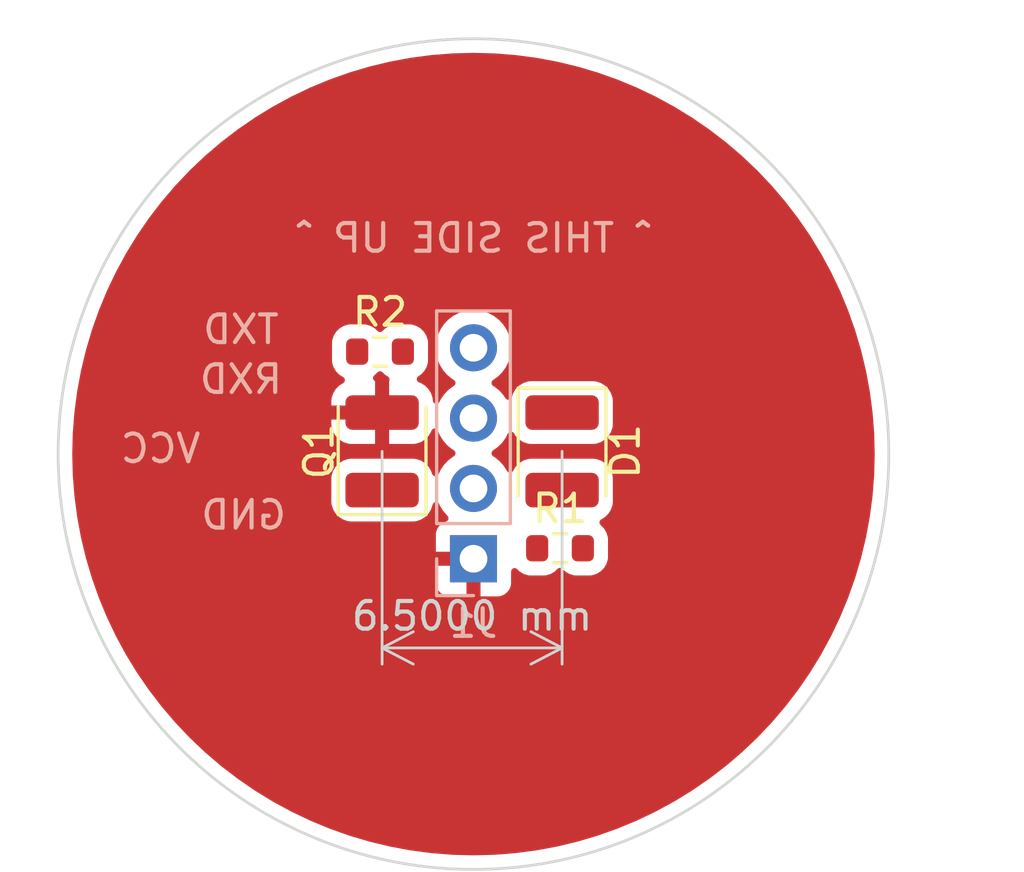
<source format=kicad_pcb>
(kicad_pcb (version 20211014) (generator pcbnew)
  (layers (0 "F.Cu" signal) (31 "B.Cu" signal) (34 "B.Paste" user) (35 "F.Paste" user) (36 "B.SilkS" user "B.Silkscreen") (37 "F.SilkS" user "F.Silkscreen") (38 "B.Mask" user) (39 "F.Mask" user) (44 "Edge.Cuts" user))
  (net 0 "")
  (net 1 "+3V3")
  (net 2 "Net-(D1-Pad2)")
  (net 3 "RXD")
  (net 4 "TXD")
  (net 5 "GND")
  (footprint "Resistor_SMD:R_0603_1608Metric" (layer "F.Cu") (at 152.525 88.3)
    (fp_text reference "R2" (at 0 -1.43) (layer "F.SilkS"))
    (fp_text value "R")
    (fp_line (start -0.237258 -0.5225) (end 0.237258 -0.5225) (layer "F.SilkS") (width 0.12))
    (fp_line (start -0.237258 0.5225) (end 0.237258 0.5225) (layer "F.SilkS") (width 0.12))
    (pad "1" smd roundrect locked (at -0.825 0) (size 0.8 0.95) (layers "F.Cu" "F.Paste" "F.Mask") (net 3 "RXD"))
    (pad "2" smd roundrect locked (at 0.825 0) (size 0.8 0.95) (layers "F.Cu" "F.Paste" "F.Mask") (net 1 "+3V3"))
  )
  (footprint "LED_SMD:LED_1210_3225Metric" (layer "F.Cu") (at 159.1 91.9 -90)
    (fp_text reference "D1" (at 0 -2.28 90) (layer "F.SilkS"))
    (fp_text value "LED")
    (fp_line (start -2.285 -1.585) (end -2.285 1.585) (layer "F.SilkS") (width 0.12))
    (fp_line (start 1.6 -1.585) (end -2.285 -1.585) (layer "F.SilkS") (width 0.12))
    (fp_line (start -2.285 1.585) (end 1.6 1.585) (layer "F.SilkS") (width 0.12))
    (pad "1" smd roundrect locked (at -1.4 0 270) (size 1.25 2.65) (layers "F.Cu" "F.Paste" "F.Mask") (roundrect_rratio 0.2) (net 1 "+3V3"))
    (pad "2" smd roundrect locked (at 1.4 0 270) (size 1.25 2.65) (layers "F.Cu" "F.Paste" "F.Mask") (roundrect_rratio 0.2) (net 2 "Net-(D1-Pad2)"))
  )
  (footprint "Resistor_SMD:R_0603_1608Metric" (layer "F.Cu") (at 159.025 95.4)
    (fp_text reference "R1" (at 0 -1.43) (layer "F.SilkS"))
    (fp_text value "R")
    (fp_line (start -0.237258 0.5225) (end 0.237258 0.5225) (layer "F.SilkS") (width 0.12))
    (fp_line (start -0.237258 -0.5225) (end 0.237258 -0.5225) (layer "F.SilkS") (width 0.12))
    (pad "1" smd roundrect locked (at -0.825 0) (size 0.8 0.95) (layers "F.Cu" "F.Paste" "F.Mask") (net 4 "TXD"))
    (pad "2" smd roundrect locked (at 0.825 0) (size 0.8 0.95) (layers "F.Cu" "F.Paste" "F.Mask") (net 2 "Net-(D1-Pad2)"))
  )
  (footprint "LED_SMD:LED_1210_3225Metric" (layer "F.Cu") (at 152.6 91.9 90)
    (fp_text reference "Q1" (at 0 -2.28 90) (layer "F.SilkS"))
    (fp_text value "Q_Photo_NPN")
    (fp_line (start -2.285 -1.585) (end -2.285 1.585) (layer "F.SilkS") (width 0.12))
    (fp_line (start 1.6 -1.585) (end -2.285 -1.585) (layer "F.SilkS") (width 0.12))
    (fp_line (start -2.285 1.585) (end 1.6 1.585) (layer "F.SilkS") (width 0.12))
    (pad "1" smd roundrect locked (at -1.4 0 90) (size 1.25 2.65) (layers "F.Cu" "F.Paste" "F.Mask") (roundrect_rratio 0.2) (net 3 "RXD"))
    (pad "2" smd roundrect locked (at 1.4 0 90) (size 1.25 2.65) (layers "F.Cu" "F.Paste" "F.Mask") (roundrect_rratio 0.2) (net 5 "GND"))
  )
  (footprint "Connector_PinHeader_2.54mm:PinHeader_1x04_P2.54mm_Vertical" (layer "B.Cu") (at 155.9 95.78)
    (fp_text reference "J1" (at 0 2.33) (layer "B.SilkS") (effects (justify mirror)))
    (fp_text value "Conn_01x04_Male")
    (fp_line (start -1.33 -1.27) (end 1.33 -1.27) (layer "B.SilkS") (width 0.12))
    (fp_line (start -1.33 -8.95) (end 1.33 -8.95) (layer "B.SilkS") (width 0.12))
    (fp_line (start -1.33 0) (end -1.33 1.33) (layer "B.SilkS") (width 0.12))
    (fp_line (start 1.33 -1.27) (end 1.33 -8.95) (layer "B.SilkS") (width 0.12))
    (fp_line (start -1.33 -1.27) (end -1.33 -8.95) (layer "B.SilkS") (width 0.12))
    (fp_line (start -1.33 1.33) (end 0 1.33) (layer "B.SilkS") (width 0.12))
    (pad "1" thru_hole rect locked (at 0 0) (size 1.7 1.7) (drill 1) (layers *.Cu *.Mask) (net 5 "GND"))
    (pad "2" thru_hole oval locked (at 0 -2.54) (size 1.7 1.7) (drill 1) (layers *.Cu *.Mask) (net 3 "RXD"))
    (pad "3" thru_hole oval locked (at 0 -5.08) (size 1.7 1.7) (drill 1) (layers *.Cu *.Mask) (net 4 "TXD"))
    (pad "4" thru_hole oval locked (at 0 -7.62) (size 1.7 1.7) (drill 1) (layers *.Cu *.Mask) (net 1 "+3V3"))
  )
  (gr_circle (center 155.9 92) (end 170.9 92) (layer "Edge.Cuts") (width 0.1) (fill none))
  (gr_text "RXD" (at 147.5 89.3) (layer "B.SilkS") (effects (font (size 1 1)) (justify mirror)))
  (gr_text "VCC" (at 144.6 91.8) (layer "B.SilkS") (effects (font (size 1 1)) (justify mirror)))
  (gr_text "GND" (at 147.6 94.2) (layer "B.SilkS") (effects (font (size 1 1)) (justify mirror)))
  (gr_text "TXD" (at 147.5 87.5) (layer "B.SilkS") (effects (font (size 1 1)) (justify mirror)))
  (gr_text "^ THIS SIDE UP ^" (at 155.9 84.2) (layer "B.SilkS") (effects (font (size 1 1)) (justify mirror)))
  (dimension (type aligned) (layer "Edge.Cuts") (pts (xy 152.6 91.4) (xy 159.1 91.4)) (height 7.6) (gr_text "6,5000 mm" (at 155.85 97.85) (layer "Edge.Cuts") (effects (font (size 1 1) (thickness 0.15)))) (format (units 3) (units_format 1) (precision 4)) (style (thickness 0.1) (arrow_length 1.27) (text_position_mode 0) (extension_height 0.58642) (extension_offset 0.5) keep_text_aligned))
  (zone (net 5) (net_name "GND") (layer "F.Cu") (connect_pads (clearance 0.508)) (min_thickness 0.254) (fill yes (thermal_gap 0.508) (thermal_bridge_width 0.508))
    (polygon (pts (xy 175.8 107.1) (xy 138.8 106.8) (xy 139 76) (xy 175.7 75.6)))
  )
)
</source>
